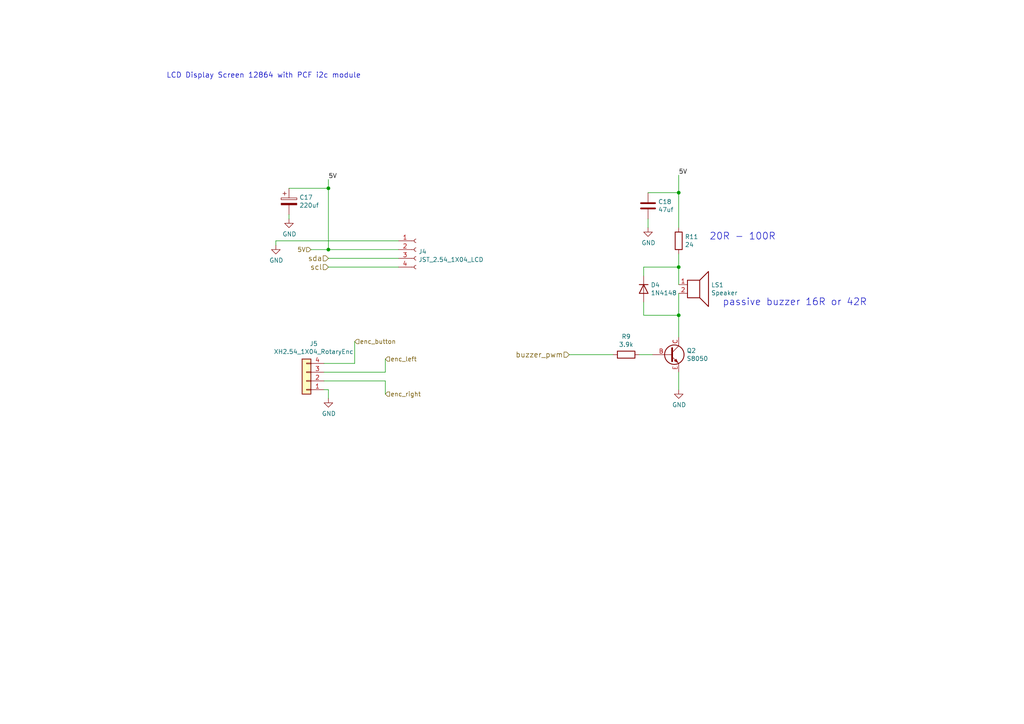
<source format=kicad_sch>
(kicad_sch (version 20211123) (generator eeschema)
  (paper "A4")
  (lib_symbols
    (symbol "Connector:Conn_01x04_Female" (pin_names (offset 1.016) hide)
      (property "Reference" "J" (at 0 5.08 0))
      (property "Value" "Conn_01x04_Female" (at 0 -7.62 0))
      (symbol "Conn_01x04_Female_1_1"
        (arc (start 0 -4.572) (mid -0.508 -5.08) (end 0 -5.588) (stroke (width 0.1524)))
        (arc (start 0 -2.032) (mid -0.508 -2.54) (end 0 -3.048) (stroke (width 0.1524)))
        (polyline (pts (xy -1.27 -5.08) (xy -0.508 -5.08)) (stroke (width 0.1524)))
        (polyline (pts (xy -1.27 -2.54) (xy -0.508 -2.54)) (stroke (width 0.1524)))
        (polyline (pts (xy -1.27 0) (xy -0.508 0)) (stroke (width 0.1524)))
        (polyline (pts (xy -1.27 2.54) (xy -0.508 2.54)) (stroke (width 0.1524)))
        (arc (start 0 0.508) (mid -0.508 0) (end 0 -0.508) (stroke (width 0.1524)))
        (arc (start 0 3.048) (mid -0.508 2.54) (end 0 2.032) (stroke (width 0.1524)))
        (pin passive line (at -5.08 2.54 0) (length 3.81) (name "Pin_1") (number "1"))
        (pin passive line (at -5.08 0 0) (length 3.81) (name "Pin_2") (number "2"))
        (pin passive line (at -5.08 -2.54 0) (length 3.81) (name "Pin_3") (number "3"))
        (pin passive line (at -5.08 -5.08 0) (length 3.81) (name "Pin_4") (number "4"))
      )
    )
    (symbol "Connector_Generic:Conn_01x04" (pin_names (offset 1.016) hide)
      (property "Reference" "J" (at 0 5.08 0))
      (property "Value" "Conn_01x04" (at 0 -7.62 0))
      (symbol "Conn_01x04_1_1"
        (rectangle (start -1.27 -4.953) (end 0 -5.207) (stroke (width 0.1524)))
        (rectangle (start -1.27 -2.413) (end 0 -2.667) (stroke (width 0.1524)))
        (rectangle (start -1.27 0.127) (end 0 -0.127) (stroke (width 0.1524)))
        (rectangle (start -1.27 2.667) (end 0 2.413) (stroke (width 0.1524)))
        (rectangle (start -1.27 3.81) (end 1.27 -6.35) (stroke (width 0.254)) (fill (type background)))
        (pin passive line (at -5.08 2.54 0) (length 3.81) (name "Pin_1") (number "1"))
        (pin passive line (at -5.08 0 0) (length 3.81) (name "Pin_2") (number "2"))
        (pin passive line (at -5.08 -2.54 0) (length 3.81) (name "Pin_3") (number "3"))
        (pin passive line (at -5.08 -5.08 0) (length 3.81) (name "Pin_4") (number "4"))
      )
    )
    (symbol "Device:C" (pin_numbers hide) (pin_names (offset 0.254))
      (property "Reference" "C" (at 0.635 2.54 0))
      (property "Value" "C" (at 0.635 -2.54 0))
      (symbol "C_0_1"
        (polyline (pts (xy -2.032 -0.762) (xy 2.032 -0.762)) (stroke (width 0.508)))
        (polyline (pts (xy -2.032 0.762) (xy 2.032 0.762)) (stroke (width 0.508)))
      )
      (symbol "C_1_1"
        (pin passive line (at 0 3.81 270) (length 2.794) (name "~") (number "1"))
        (pin passive line (at 0 -3.81 90) (length 2.794) (name "~") (number "2"))
      )
    )
    (symbol "Device:CP" (pin_numbers hide) (pin_names (offset 0.254))
      (property "Reference" "C" (at 0.635 2.54 0))
      (property "Value" "Device_CP" (at 0.635 -2.54 0))
      (symbol "CP_0_1"
        (rectangle (start -2.286 0.508) (end 2.286 1.016))
        (polyline (pts (xy -1.778 2.286) (xy -0.762 2.286)))
        (polyline (pts (xy -1.27 2.794) (xy -1.27 1.778)))
        (rectangle (start 2.286 -0.508) (end -2.286 -1.016) (fill (type outline)))
      )
      (symbol "CP_1_1"
        (pin passive line (at 0 3.81 270) (length 2.794) (name "~") (number "1"))
        (pin passive line (at 0 -3.81 90) (length 2.794) (name "~") (number "2"))
      )
    )
    (symbol "Device:R" (pin_numbers hide) (pin_names (offset 0))
      (property "Reference" "R" (at 2.032 0 90))
      (property "Value" "R" (at 0 0 90))
      (symbol "R_0_1"
        (rectangle (start -1.016 -2.54) (end 1.016 2.54) (stroke (width 0.254)))
      )
      (symbol "R_1_1"
        (pin passive line (at 0 3.81 270) (length 1.27) (name "~") (number "1"))
        (pin passive line (at 0 -3.81 90) (length 1.27) (name "~") (number "2"))
      )
    )
    (symbol "Device:Speaker" (pin_names (offset 0) hide)
      (property "Reference" "LS" (at 1.27 5.715 0))
      (property "Value" "Speaker" (at 1.27 3.81 0))
      (symbol "Speaker_0_0"
        (rectangle (start -2.54 1.27) (end 1.016 -3.81) (stroke (width 0.254)))
        (polyline (pts (xy 1.016 1.27) (xy 3.556 3.81) (xy 3.556 -6.35) (xy 1.016 -3.81)) (stroke (width 0.254)))
      )
      (symbol "Speaker_1_1"
        (pin input line (at -5.08 0 0) (length 2.54) (name "1") (number "1"))
        (pin input line (at -5.08 -2.54 0) (length 2.54) (name "2") (number "2"))
      )
    )
    (symbol "Diode:LL4148" (pin_numbers hide) (pin_names (offset 1.016) hide)
      (property "Reference" "D" (at 0 2.54 0))
      (property "Value" "LL4148" (at 0 -2.54 0))
      (symbol "LL4148_0_1"
        (polyline (pts (xy -1.27 1.27) (xy -1.27 -1.27)) (stroke (width 0.254)))
        (polyline (pts (xy 1.27 0) (xy -1.27 0)))
        (polyline (pts (xy 1.27 1.27) (xy 1.27 -1.27) (xy -1.27 0) (xy 1.27 1.27)) (stroke (width 0.254)))
      )
      (symbol "LL4148_1_1"
        (pin passive line (at -3.81 0 0) (length 2.54) (name "K") (number "1"))
        (pin passive line (at 3.81 0 180) (length 2.54) (name "A") (number "2"))
      )
    )
    (symbol "mySymbolLibrary:S8050" (pin_names (offset 0) hide)
      (property "Reference" "Q" (at 5.08 1.905 0))
      (property "Value" "S8050" (at 5.08 0 0))
      (symbol "S8050_0_1"
        (polyline (pts (xy 0 0) (xy 0.635 0)))
        (polyline (pts (xy 0.635 0.635) (xy 2.54 2.54)))
        (polyline (pts (xy 0.635 -0.635) (xy 2.54 -2.54) (xy 2.54 -2.54)))
        (polyline (pts (xy 0.635 1.905) (xy 0.635 -1.905) (xy 0.635 -1.905)) (stroke (width 0.508)))
        (polyline (pts (xy 1.27 -1.778) (xy 1.778 -1.27) (xy 2.286 -2.286) (xy 1.27 -1.778) (xy 1.27 -1.778)) (fill (type outline)))
        (circle (center 1.27 0) (radius 2.8194) (stroke (width 0.254)))
      )
      (symbol "S8050_1_1"
        (pin input line (at -5.08 0 0) (length 5.08) (name "B") (number "B"))
        (pin passive line (at 2.54 5.08 270) (length 2.54) (name "C") (number "C"))
        (pin passive line (at 2.54 -5.08 90) (length 2.54) (name "E") (number "E"))
      )
    )
    (symbol "power:GND" (power) (pin_names (offset 0))
      (property "Value" "GND" (at 0 -3.81 0))
      (symbol "GND_0_1"
        (polyline (pts (xy 0 0) (xy 0 -1.27) (xy 1.27 -1.27) (xy 0 -2.54) (xy -1.27 -1.27) (xy 0 -1.27)))
      )
      (symbol "GND_1_1"
        (pin power_in line (at 0 0 270) (length 0) hide (name "GND") (number "1"))
      )
    )
  )
  (junction (at 196.85 77.47))
  (junction (at 95.25 72.39))
  (junction (at 196.85 55.88))
  (junction (at 196.85 91.44))
  (junction (at 95.25 54.61))
  (wire (pts (xy 186.69 77.47) (xy 196.85 77.47)))
  (wire (pts (xy 185.42 102.87) (xy 189.23 102.87)))
  (wire (pts (xy 95.25 54.61) (xy 95.25 72.39)))
  (wire (pts (xy 196.85 77.47) (xy 196.85 82.55)))
  (wire (pts (xy 196.85 91.44) (xy 196.85 97.79)))
  (wire (pts (xy 165.1 102.87) (xy 177.8 102.87)))
  (wire (pts (xy 83.82 62.23) (xy 83.82 63.5)))
  (wire (pts (xy 111.76 110.49) (xy 111.76 114.3)))
  (wire (pts (xy 95.25 74.93) (xy 115.57 74.93)))
  (wire (pts (xy 80.01 71.12) (xy 80.01 69.85)))
  (wire (pts (xy 196.85 107.95) (xy 196.85 113.03)))
  (wire (pts (xy 187.96 66.04) (xy 187.96 63.5)))
  (wire (pts (xy 186.69 91.44) (xy 196.85 91.44)))
  (wire (pts (xy 80.01 69.85) (xy 115.57 69.85)))
  (wire (pts (xy 95.25 77.47) (xy 115.57 77.47)))
  (wire (pts (xy 95.25 113.03) (xy 95.25 115.57)))
  (wire (pts (xy 111.76 104.14) (xy 111.76 107.95)))
  (wire (pts (xy 187.96 55.88) (xy 196.85 55.88)))
  (wire (pts (xy 196.85 73.66) (xy 196.85 77.47)))
  (wire (pts (xy 186.69 80.01) (xy 186.69 77.47)))
  (wire (pts (xy 186.69 87.63) (xy 186.69 91.44)))
  (wire (pts (xy 111.76 107.95) (xy 93.98 107.95)))
  (wire (pts (xy 196.85 50.8) (xy 196.85 55.88)))
  (wire (pts (xy 93.98 110.49) (xy 111.76 110.49)))
  (wire (pts (xy 83.82 54.61) (xy 95.25 54.61)))
  (wire (pts (xy 196.85 55.88) (xy 196.85 66.04)))
  (wire (pts (xy 102.87 99.06) (xy 102.87 105.41)))
  (wire (pts (xy 93.98 113.03) (xy 95.25 113.03)))
  (wire (pts (xy 90.17 72.39) (xy 95.25 72.39)))
  (wire (pts (xy 95.25 52.07) (xy 95.25 54.61)))
  (wire (pts (xy 93.98 105.41) (xy 102.87 105.41)))
  (wire (pts (xy 196.85 85.09) (xy 196.85 91.44)))
  (wire (pts (xy 95.25 72.39) (xy 115.57 72.39)))
  (text "LCD Display Screen 12864 with PCF i2c module" (at 48.26 22.86 0) (effects (font (size 1.524 1.524)) (justify left bottom)))
  (text "passive buzzer 16R or 42R" (at 209.55 88.9 0) (effects (font (size 2.0066 2.0066)) (justify left bottom)))
  (text "20R - 100R" (at 205.74 69.85 0) (effects (font (size 2.0066 2.0066)) (justify left bottom)))
  (label "5V" (at 196.85 50.8 0))
  (label "5V" (at 95.25 52.07 0))
  (hierarchical_label "enc_left" (shape input) (at 111.76 104.14 0))
  (hierarchical_label "buzzer_pwm" (shape input) (at 165.1 102.87 180) (effects (font (size 1.524 1.524))))
  (hierarchical_label "5V" (shape input) (at 90.17 72.39 180))
  (hierarchical_label "enc_right" (shape input) (at 111.76 114.3 0))
  (hierarchical_label "scl" (shape input) (at 95.25 77.47 180) (effects (font (size 1.524 1.524))))
  (hierarchical_label "enc_button" (shape input) (at 102.87 99.06 0))
  (hierarchical_label "sda" (shape input) (at 95.25 74.93 180) (effects (font (size 1.524 1.524))))
  (symbol (lib_id "Connector:Conn_01x04_Female") (at 120.65 72.39 0) (unit 1)
    (property "Reference" "J4" (at 121.3612 72.9996 0) (effects (justify left)))
    (property "Value" "JST_2.54_1X04_LCD" (at 121.3612 75.311 0) (effects (justify left)))
    (property "Footprint" "myFootPrintLibs:Molex_KK-254_AE-6410-04A_1x04_P2.54mm_Vertical" (effects hide))
  )
  (symbol (lib_id "power:GND") (at 80.01 71.12 0) (unit 1)
    (property "Reference" "#PWR021" (effects hide))
    (property "Value" "GND" (at 80.137 75.5142 0))
  )
  (symbol (lib_id "mySymbolLibrary:S8050") (at 194.31 102.87 0) (unit 1)
    (property "Reference" "Q2" (at 199.136 101.7016 0) (effects (justify left)))
    (property "Value" "S8050" (at 199.136 104.013 0) (effects (justify left)))
    (property "Footprint" "myFootPrintLibs:SOT-23_PNP_NPN" (effects hide))
    (property "Datasheet" "http://www.unisonic.com.tw/datasheet/S8050.pdf" (effects hide))
  )
  (symbol (lib_id "Device:Speaker") (at 201.93 82.55 0) (unit 1)
    (property "Reference" "LS1" (at 206.248 82.6516 0) (effects (justify left)))
    (property "Value" "Speaker" (at 206.248 84.963 0) (effects (justify left)))
    (property "Footprint" "myFootPrintLibs:Buzzer_9x4.2" (effects hide))
  )
  (symbol (lib_id "power:GND") (at 187.96 66.04 0) (unit 1)
    (property "Reference" "#PWR027" (effects hide))
    (property "Value" "GND" (at 188.087 70.4342 0))
  )
  (symbol (lib_id "Device:R") (at 196.85 69.85 0) (unit 1)
    (property "Reference" "R11" (at 198.628 68.6816 0) (effects (justify left)))
    (property "Value" "24" (at 198.628 70.993 0) (effects (justify left)))
    (property "Footprint" "myFootPrintLibs:R_C_0805_2012Metric_Pad1.20x1.50mm_HandSolder" (effects hide))
  )
  (symbol (lib_id "Device:R") (at 181.61 102.87 270) (unit 1)
    (property "Reference" "R9" (at 181.61 97.6122 90))
    (property "Value" "3.9k" (at 181.61 99.9236 90))
    (property "Footprint" "myFootPrintLibs:R_C_0805_2012Metric_Pad1.20x1.50mm_HandSolder" (effects hide))
  )
  (symbol (lib_id "Diode:LL4148") (at 186.69 83.82 270) (unit 1)
    (property "Reference" "D4" (at 188.722 82.6516 90) (effects (justify left)))
    (property "Value" "1N4148" (at 188.722 84.963 90) (effects (justify left)))
    (property "Footprint" "myFootPrintLibs:D_MiniMELF_Handsoldering_Zener" (effects hide))
    (property "Datasheet" "https://assets.nexperia.com/documents/data-sheet/1N4148_1N4448.pdf" (effects hide))
  )
  (symbol (lib_id "Device:CP") (at 83.82 58.42 0) (unit 1)
    (property "Reference" "C17" (at 86.8172 57.2516 0) (effects (justify left)))
    (property "Value" "220uf" (at 86.8172 59.563 0) (effects (justify left)))
    (property "Footprint" "myFootPrintLibs:CP_EIA-7343-20_Kemet-V_Pad2.25x2.55mm_HandSolder" (effects hide))
  )
  (symbol (lib_id "power:GND") (at 83.82 63.5 0) (unit 1)
    (property "Reference" "#PWR030" (effects hide))
    (property "Value" "GND" (at 83.947 67.8942 0))
  )
  (symbol (lib_id "Device:C") (at 187.96 59.69 0) (unit 1)
    (property "Reference" "C18" (at 190.881 58.5216 0) (effects (justify left)))
    (property "Value" "47uf" (at 190.881 60.833 0) (effects (justify left)))
    (property "Footprint" "myFootPrintLibs:R_C_0805_2012Metric_Pad1.20x1.50mm_HandSolder" (effects hide))
  )
  (symbol (lib_id "power:GND") (at 196.85 113.03 0) (unit 1)
    (property "Reference" "#PWR031" (effects hide))
    (property "Value" "GND" (at 196.977 117.4242 0))
  )
  (symbol (lib_id "Connector_Generic:Conn_01x04") (at 88.9 110.49 180) (unit 1)
    (property "Reference" "J5" (at 90.9828 99.695 0))
    (property "Value" "XH2.54_1X04_RotaryEnc" (at 90.9828 102.0064 0))
    (property "Footprint" "myFootPrintLibs:JST_XH_1x04_P2.54mm_Vertical" (effects hide))
  )
  (symbol (lib_id "power:GND") (at 95.25 115.57 0) (unit 1)
    (property "Reference" "#PWR0108" (effects hide))
    (property "Value" "GND" (at 95.377 119.9642 0))
  )
)
</source>
